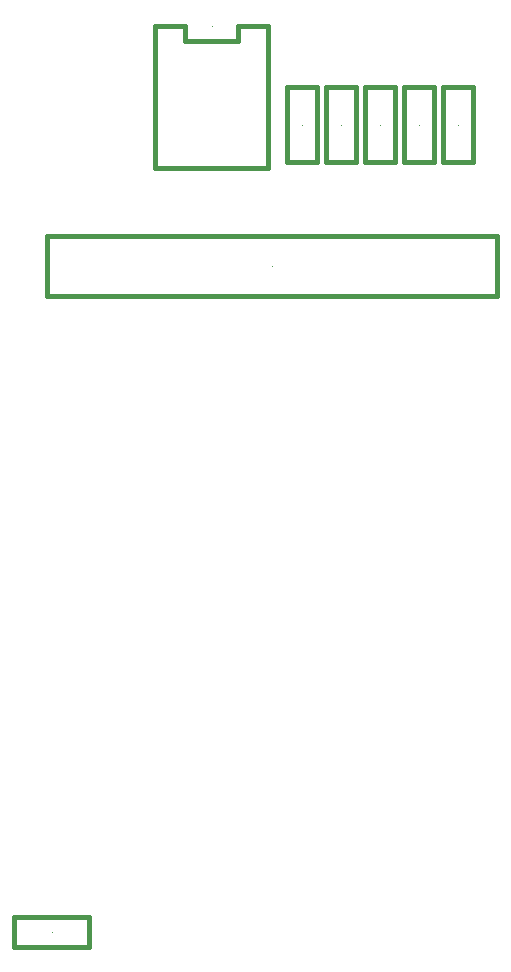
<source format=gbr>
%TF.GenerationSoftware,KiCad,Pcbnew,(6.0.7)*%
%TF.CreationDate,2023-01-03T11:14:27-06:00*%
%TF.ProjectId,ErgoDOX,4572676f-444f-4582-9e6b-696361645f70,rev?*%
%TF.SameCoordinates,Original*%
%TF.FileFunction,OtherDrawing,Comment*%
%FSLAX46Y46*%
G04 Gerber Fmt 4.6, Leading zero omitted, Abs format (unit mm)*
G04 Created by KiCad (PCBNEW (6.0.7)) date 2023-01-03 11:14:27*
%MOMM*%
%LPD*%
G01*
G04 APERTURE LIST*
%ADD10C,0.381000*%
%ADD11C,0.025400*%
G04 APERTURE END LIST*
D10*
%TO.C,RC1*%
X101854000Y-42037000D02*
X99314000Y-42037000D01*
X101854000Y-35687000D02*
X101854000Y-42037000D01*
D11*
X100584000Y-38862000D02*
X100584000Y-38862000D01*
D10*
X99314000Y-35687000D02*
X101854000Y-35687000D01*
X99314000Y-42037000D02*
X99314000Y-35687000D01*
%TO.C,RA1*%
X92710000Y-35687000D02*
X95250000Y-35687000D01*
X92710000Y-42037000D02*
X92710000Y-35687000D01*
D11*
X93980000Y-38862000D02*
X93980000Y-38862000D01*
D10*
X95250000Y-35687000D02*
X95250000Y-42037000D01*
X95250000Y-42037000D02*
X92710000Y-42037000D01*
D11*
%TO.C,RB1*%
X97282000Y-38862000D02*
X97282000Y-38862000D01*
D10*
X96012000Y-42037000D02*
X96012000Y-35687000D01*
X96012000Y-35687000D02*
X98552000Y-35687000D01*
X98552000Y-42037000D02*
X96012000Y-42037000D01*
X98552000Y-35687000D02*
X98552000Y-42037000D01*
%TO.C,R1*%
X105918000Y-42037000D02*
X105918000Y-35687000D01*
X108458000Y-42037000D02*
X105918000Y-42037000D01*
D11*
X107188000Y-38862000D02*
X107188000Y-38862000D01*
D10*
X105918000Y-35687000D02*
X108458000Y-35687000D01*
X108458000Y-35687000D02*
X108458000Y-42037000D01*
%TO.C,R2*%
X102616000Y-42037000D02*
X102616000Y-35687000D01*
X102616000Y-35687000D02*
X105156000Y-35687000D01*
X105156000Y-35687000D02*
X105156000Y-42037000D01*
D11*
X103886000Y-38862000D02*
X103886000Y-38862000D01*
D10*
X105156000Y-42037000D02*
X102616000Y-42037000D01*
%TO.C,R3*%
X76006476Y-108458000D02*
X69656476Y-108458000D01*
D11*
X72831476Y-107188000D02*
X72831476Y-107188000D01*
D10*
X69656476Y-108458000D02*
X69656476Y-105918000D01*
X69656476Y-105918000D02*
X76006476Y-105918000D01*
X76006476Y-105918000D02*
X76006476Y-108458000D01*
%TO.C,J6*%
X91160600Y-42545000D02*
X91160600Y-30480000D01*
X81559400Y-42545000D02*
X91160600Y-42545000D01*
X88607900Y-31775400D02*
X84112100Y-31775400D01*
X84112100Y-30480000D02*
X81559400Y-30480000D01*
X81559400Y-30480000D02*
X81559400Y-42545000D01*
D11*
X86360000Y-30480000D02*
X86360000Y-30480000D01*
D10*
X84112100Y-31775400D02*
X84112100Y-30480000D01*
X91160600Y-30480000D02*
X88607900Y-30480000D01*
X88607900Y-30480000D02*
X88607900Y-31775400D01*
%TO.C,U1*%
X72390000Y-48260000D02*
X110490000Y-48260000D01*
X72390000Y-53340000D02*
X72390000Y-48260000D01*
D11*
X91440000Y-50800000D02*
X91440000Y-50800000D01*
D10*
X110490000Y-53340000D02*
X72390000Y-53340000D01*
X110490000Y-48260000D02*
X110490000Y-53340000D01*
%TD*%
M02*

</source>
